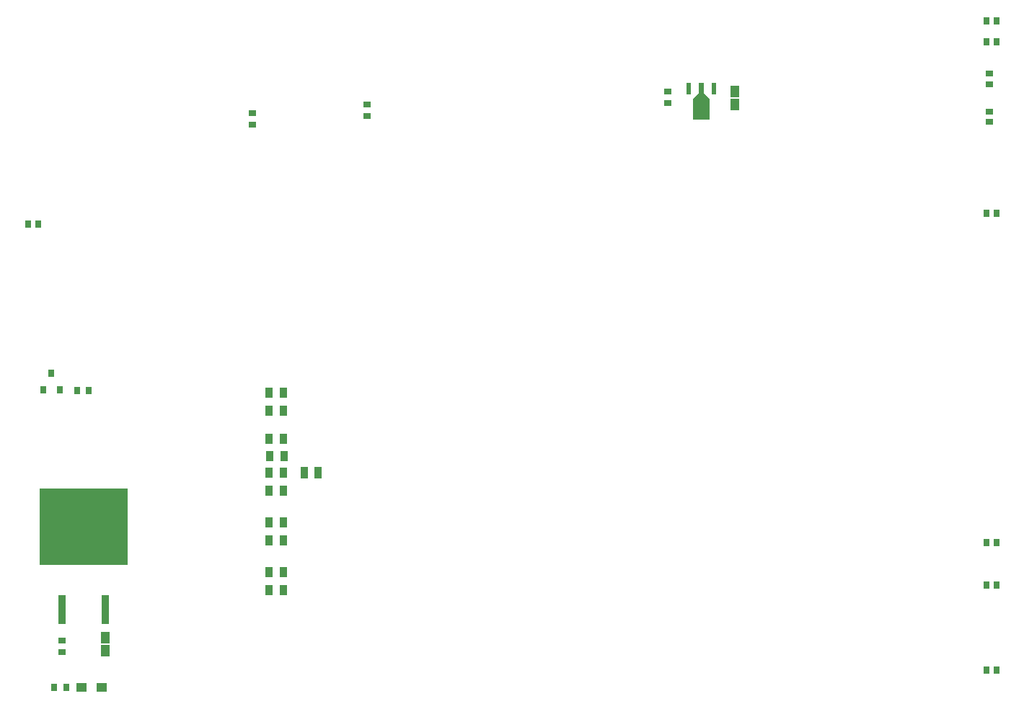
<source format=gbr>
%TF.GenerationSoftware,Altium Limited,Altium Designer,24.1.2 (44)*%
G04 Layer_Color=128*
%FSLAX45Y45*%
%MOMM*%
%TF.SameCoordinates,12E9634C-A8E6-484A-B1C3-FEDB1742B245*%
%TF.FilePolarity,Positive*%
%TF.FileFunction,Paste,Bot*%
%TF.Part,Single*%
G01*
G75*
%TA.AperFunction,SMDPad,CuDef*%
%ADD33R,0.96520X0.66040*%
%ADD40R,1.25000X1.10000*%
%ADD45R,0.85000X0.75000*%
%ADD50R,0.80000X0.95000*%
%ADD53R,0.75000X0.85000*%
%ADD58R,0.70000X0.90000*%
%ADD106R,0.80000X0.90000*%
%ADD107R,0.85000X1.35000*%
%ADD108R,1.01213X1.33108*%
%ADD109R,0.80650X1.30822*%
%ADD110R,0.57000X1.40000*%
%ADD111C,1.80000*%
%ADD112R,0.95000X3.50000*%
%ADD113R,10.35000X9.00000*%
G36*
X14939101Y12661600D02*
X15006599Y12594100D01*
X15006599Y12369100D01*
Y12365122D01*
X15003555Y12357771D01*
X14997929Y12352145D01*
X14990578Y12349100D01*
X14822623D01*
X14815271Y12352145D01*
X14809645Y12357771D01*
X14806599Y12365122D01*
Y12369100D01*
Y12594100D01*
X14874100Y12661600D01*
Y12784100D01*
X14939101D01*
Y12661600D01*
D02*
G37*
D33*
X10985500Y12528550D02*
D03*
Y12388850D02*
D03*
X9639300Y12426950D02*
D03*
Y12287250D02*
D03*
X7404100Y6089650D02*
D03*
Y6229350D02*
D03*
X14516100Y12541250D02*
D03*
Y12680950D02*
D03*
D40*
X7629500Y5676900D02*
D03*
X7864500D02*
D03*
D45*
X18288000Y12320000D02*
D03*
Y12445000D02*
D03*
Y12889500D02*
D03*
Y12764500D02*
D03*
D50*
X7580400Y9169400D02*
D03*
X7710400D02*
D03*
X7123700Y11125200D02*
D03*
X6998700D02*
D03*
D53*
X18250900Y5877749D02*
D03*
X18375900D02*
D03*
Y13512801D02*
D03*
X18250900D02*
D03*
X18375900Y13261848D02*
D03*
X18250900D02*
D03*
X18375900Y6883400D02*
D03*
X18250900D02*
D03*
Y7378700D02*
D03*
X18375900D02*
D03*
X18250900Y11252200D02*
D03*
X18375900D02*
D03*
D58*
X7448700Y5676900D02*
D03*
X7308700D02*
D03*
D106*
X7277100Y9371000D02*
D03*
X7182100Y9171000D02*
D03*
X7372100D02*
D03*
D107*
X10407600Y8204200D02*
D03*
X10242600D02*
D03*
D108*
X7912100Y6258952D02*
D03*
Y6110848D02*
D03*
X15297600Y12530648D02*
D03*
Y12678752D02*
D03*
D109*
X9835514Y8396926D02*
D03*
X10005686D02*
D03*
X9833614Y8600126D02*
D03*
X10003786D02*
D03*
X9832994Y9144000D02*
D03*
X10003165D02*
D03*
X9832994Y6819900D02*
D03*
X10003165D02*
D03*
X9832994Y7035800D02*
D03*
X10003165D02*
D03*
X9832994Y8928100D02*
D03*
X10003165D02*
D03*
X9832994Y7988300D02*
D03*
X10003165D02*
D03*
X9832994Y8204200D02*
D03*
X10003165D02*
D03*
X9832994Y7620000D02*
D03*
X10003165D02*
D03*
X9832994Y7404100D02*
D03*
X10003165D02*
D03*
D110*
X14756599Y12714100D02*
D03*
X15056599D02*
D03*
D111*
X14906599Y12484100D02*
D03*
D112*
X7912100Y6588600D02*
D03*
X7404100D02*
D03*
D113*
X7658100Y7563600D02*
D03*
%TF.MD5,18a4b43cc5ea19b8131a43c2734ae49a*%
M02*

</source>
